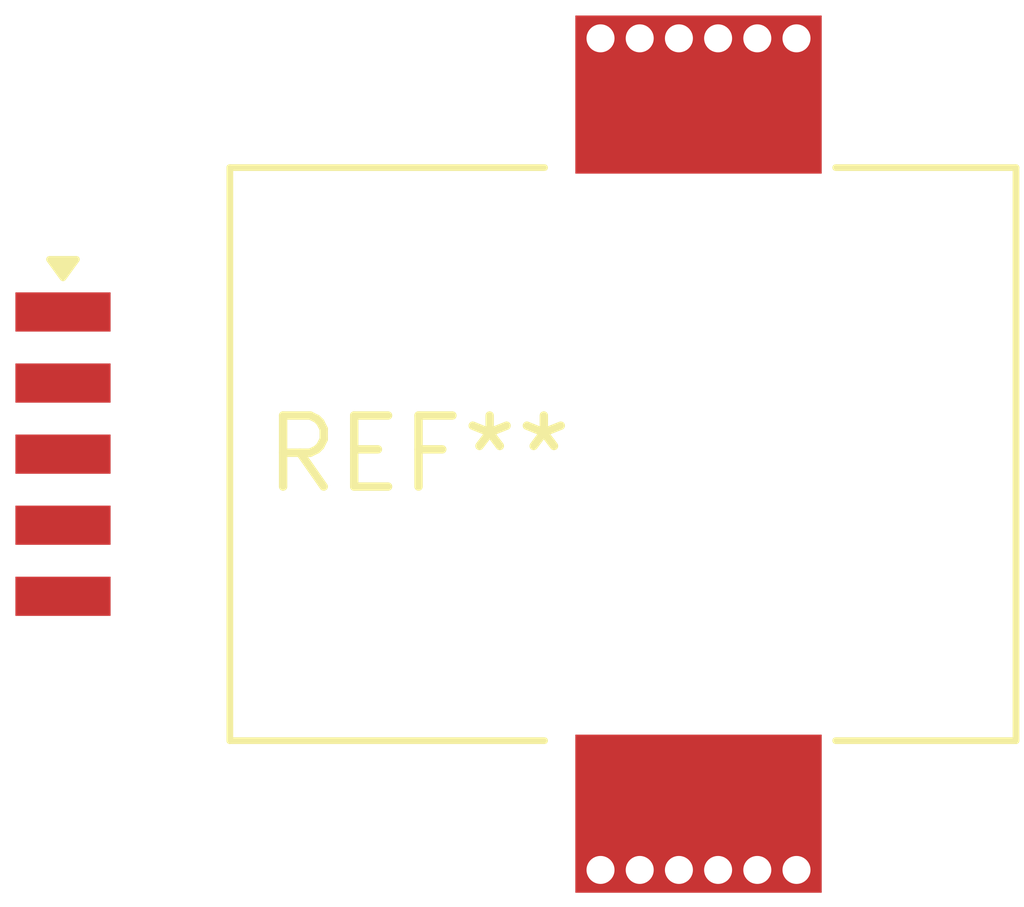
<source format=kicad_pcb>
(kicad_pcb (version 20240108) (generator pcbnew)
  (layers (0 "F.Cu" signal) (31 "B.Cu" signal) (34 "B.Paste" user) (35 "F.Paste" user) (36 "B.SilkS" user "B.Silkscreen") (37 "F.SilkS" user "F.Silkscreen") (38 "B.Mask" user) (39 "F.Mask" user) (44 "Edge.Cuts" user))
  (net 0 "")
  (footprint "AKM_CQ_7S" (layer "F.Cu") (at 0 0)
    (property "Reference" "REF**")
    (property "Value" "AKM_CQ_7S")
    (fp_line (start -3.37 -5.12) (end -3.37 5.12) (layer "F.SilkS") (stroke (width 0.12)))
    (fp_line (start 2.25 -5.12) (end -3.37 -5.12) (layer "F.SilkS") (stroke (width 0.12)))
    (fp_line (start 2.25 5.12) (end -3.37 5.12) (layer "F.SilkS") (stroke (width 0.12)))
    (fp_line (start 10.67 -5.12) (end 7.45 -5.12) (layer "F.SilkS") (stroke (width 0.12)))
    (fp_line (start 10.67 5.12) (end 7.45 5.12) (layer "F.SilkS") (stroke (width 0.12)))
    (fp_line (start 10.67 5.12) (end 10.67 -5.12) (layer "F.SilkS") (stroke (width 0.12)))
    (fp_poly (pts (xy -6.35 -3.15) (xy -6.59 -3.48) (xy -6.11 -3.48) (xy -6.35 -3.15)) (layer "F.SilkS") (stroke (width 0.12)) (fill solid))
    (pad "1" smd rect (at -6.35 -2.54) (size 1.7 0.7) (layers "F.Cu" "F.Paste" "F.Mask"))
    (pad "2" smd rect (at -6.35 -1.27) (size 1.7 0.7) (layers "F.Cu" "F.Paste" "F.Mask"))
    (pad "3" smd rect (at -6.35 0) (size 1.7 0.7) (layers "F.Cu" "F.Paste" "F.Mask"))
    (pad "4" smd rect (at -6.35 1.27) (size 1.7 0.7) (layers "F.Cu" "F.Paste" "F.Mask"))
    (pad "5" smd rect (at -6.35 2.54) (size 1.7 0.7) (layers "F.Cu" "F.Paste" "F.Mask"))
    (pad "6" thru_hole circle (at 3.25 7.43) (size 0.8 0.8) (drill 0.5) (layers *.Cu *.Mask) (remove_unused_layers))
    (pad "6" thru_hole circle (at 3.95 7.43) (size 0.8 0.8) (drill 0.5) (layers *.Cu *.Mask) (remove_unused_layers))
    (pad "6" thru_hole circle (at 4.65 7.43) (size 0.8 0.8) (drill 0.5) (layers *.Cu *.Mask) (remove_unused_layers))
    (pad "6" smd rect (at 5 6.425) (size 4.4 2.825) (layers "F.Cu" "F.Paste" "F.Mask"))
    (pad "6" thru_hole circle (at 5.35 7.43) (size 0.8 0.8) (drill 0.5) (layers *.Cu *.Mask) (remove_unused_layers))
    (pad "6" thru_hole circle (at 6.05 7.43) (size 0.8 0.8) (drill 0.5) (layers *.Cu *.Mask) (remove_unused_layers))
    (pad "6" thru_hole circle (at 6.75 7.43) (size 0.8 0.8) (drill 0.5) (layers *.Cu *.Mask) (remove_unused_layers))
    (pad "7" thru_hole circle (at 3.25 -7.43) (size 0.8 0.8) (drill 0.5) (layers *.Cu *.Mask) (remove_unused_layers))
    (pad "7" thru_hole circle (at 3.95 -7.43) (size 0.8 0.8) (drill 0.5) (layers *.Cu *.Mask) (remove_unused_layers))
    (pad "7" thru_hole circle (at 4.65 -7.43) (size 0.8 0.8) (drill 0.5) (layers *.Cu *.Mask) (remove_unused_layers))
    (pad "7" smd rect (at 5 -6.425) (size 4.4 2.825) (layers "F.Cu" "F.Paste" "F.Mask"))
    (pad "7" thru_hole circle (at 5.35 -7.43) (size 0.8 0.8) (drill 0.5) (layers *.Cu *.Mask) (remove_unused_layers))
    (pad "7" thru_hole circle (at 6.05 -7.43) (size 0.8 0.8) (drill 0.5) (layers *.Cu *.Mask) (remove_unused_layers))
    (pad "7" thru_hole circle (at 6.75 -7.43) (size 0.8 0.8) (drill 0.5) (layers *.Cu *.Mask) (remove_unused_layers))
  )
)
</source>
